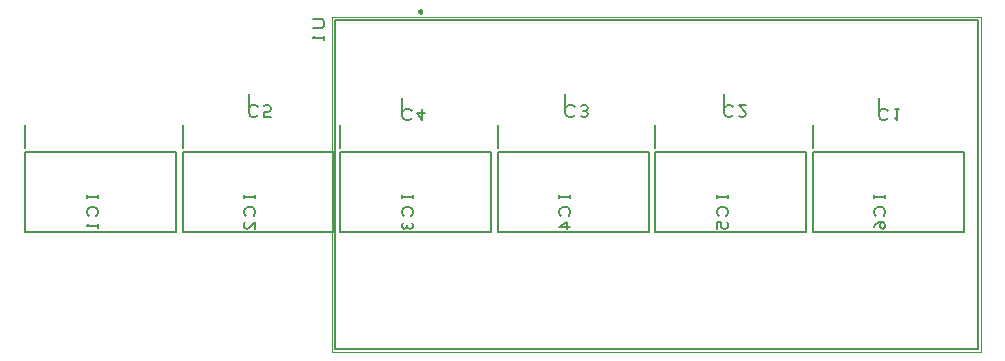
<source format=gbr>
G04 DesignSpark PCB Gerber Version 10.0 Build 5299*
%FSLAX35Y35*%
%MOIN*%
%ADD11C,0.00197*%
%ADD10C,0.00500*%
%ADD13C,0.00787*%
%ADD117C,0.01102*%
X0Y0D02*
D02*
D10*
X33163Y137163D02*
Y135913D01*
Y136537D02*
X29413D01*
Y137163D02*
Y135913D01*
X32537Y129975D02*
X32850Y130287D01*
X33163Y130913D01*
Y131850D01*
X32850Y132475D01*
X32537Y132787D01*
X31913Y133100D01*
X30663D01*
X30037Y132787D01*
X29725Y132475D01*
X29413Y131850D01*
Y130913D01*
X29725Y130287D01*
X30037Y129975D01*
X33163Y127475D02*
Y126225D01*
Y126850D02*
X29413D01*
X30037Y127475D01*
X86525Y166337D02*
X86213Y166650D01*
X85587Y166963D01*
X84650D01*
X84025Y166650D01*
X83713Y166337D01*
X83400Y165713D01*
Y164463D01*
X83713Y163837D01*
X84025Y163525D01*
X84650Y163213D01*
X85587D01*
X86213Y163525D01*
X86525Y163837D01*
X88400Y166650D02*
X89025Y166963D01*
X89963D01*
X90587Y166650D01*
X90900Y166025D01*
Y165713D01*
X90587Y165087D01*
X89963Y164775D01*
X88400D01*
Y163213D01*
X90900D01*
X85663Y137163D02*
Y135913D01*
Y136537D02*
X81913D01*
Y137163D02*
Y135913D01*
X85037Y129975D02*
X85350Y130287D01*
X85663Y130913D01*
Y131850D01*
X85350Y132475D01*
X85037Y132787D01*
X84413Y133100D01*
X83163D01*
X82537Y132787D01*
X82225Y132475D01*
X81913Y131850D01*
Y130913D01*
X82225Y130287D01*
X82537Y129975D01*
X85663Y125600D02*
Y128100D01*
X83475Y125913D01*
X82850Y125600D01*
X82225Y125913D01*
X81913Y126537D01*
Y127475D01*
X82225Y128100D01*
X104922Y195739D02*
X107734D01*
X108359Y195427D01*
X108672Y194802D01*
Y193552D01*
X108359Y192927D01*
X107734Y192614D01*
X104922D01*
X108672Y190114D02*
Y188864D01*
Y189489D02*
X104922D01*
X105546Y190114D01*
X137725Y165137D02*
X137413Y165450D01*
X136787Y165763D01*
X135850D01*
X135225Y165450D01*
X134913Y165137D01*
X134600Y164513D01*
Y163263D01*
X134913Y162637D01*
X135225Y162325D01*
X135850Y162013D01*
X136787D01*
X137413Y162325D01*
X137725Y162637D01*
X141163Y165763D02*
Y162013D01*
X139600Y164513D01*
X142100D01*
X138163Y137163D02*
Y135913D01*
Y136537D02*
X134413D01*
Y137163D02*
Y135913D01*
X137537Y129975D02*
X137850Y130287D01*
X138163Y130913D01*
Y131850D01*
X137850Y132475D01*
X137537Y132787D01*
X136913Y133100D01*
X135663D01*
X135037Y132787D01*
X134725Y132475D01*
X134413Y131850D01*
Y130913D01*
X134725Y130287D01*
X135037Y129975D01*
X137850Y127787D02*
X138163Y127163D01*
Y126537D01*
X137850Y125913D01*
X137225Y125600D01*
X136600Y125913D01*
X136287Y126537D01*
Y127163D01*
Y126537D02*
X135975Y125913D01*
X135350Y125600D01*
X134725Y125913D01*
X134413Y126537D01*
Y127163D01*
X134725Y127787D01*
X192125Y166337D02*
X191813Y166650D01*
X191187Y166963D01*
X190250D01*
X189625Y166650D01*
X189313Y166337D01*
X189000Y165713D01*
Y164463D01*
X189313Y163837D01*
X189625Y163525D01*
X190250Y163213D01*
X191187D01*
X191813Y163525D01*
X192125Y163837D01*
X194313Y166650D02*
X194937Y166963D01*
X195563D01*
X196187Y166650D01*
X196500Y166025D01*
X196187Y165400D01*
X195563Y165087D01*
X194937D01*
X195563D02*
X196187Y164775D01*
X196500Y164150D01*
X196187Y163525D01*
X195563Y163213D01*
X194937D01*
X194313Y163525D01*
X190663Y137163D02*
Y135913D01*
Y136537D02*
X186913D01*
Y137163D02*
Y135913D01*
X190037Y129975D02*
X190350Y130287D01*
X190663Y130913D01*
Y131850D01*
X190350Y132475D01*
X190037Y132787D01*
X189413Y133100D01*
X188163D01*
X187537Y132787D01*
X187225Y132475D01*
X186913Y131850D01*
Y130913D01*
X187225Y130287D01*
X187537Y129975D01*
X190663Y126537D02*
X186913D01*
X189413Y128100D01*
Y125600D01*
X244925Y166337D02*
X244613Y166650D01*
X243987Y166963D01*
X243050D01*
X242425Y166650D01*
X242113Y166337D01*
X241800Y165713D01*
Y164463D01*
X242113Y163837D01*
X242425Y163525D01*
X243050Y163213D01*
X243987D01*
X244613Y163525D01*
X244925Y163837D01*
X249300Y166963D02*
X246800D01*
X248987Y164775D01*
X249300Y164150D01*
X248987Y163525D01*
X248363Y163213D01*
X247425D01*
X246800Y163525D01*
X243163Y137163D02*
Y135913D01*
Y136537D02*
X239413D01*
Y137163D02*
Y135913D01*
X242537Y129975D02*
X242850Y130287D01*
X243163Y130913D01*
Y131850D01*
X242850Y132475D01*
X242537Y132787D01*
X241913Y133100D01*
X240663D01*
X240037Y132787D01*
X239725Y132475D01*
X239413Y131850D01*
Y130913D01*
X239725Y130287D01*
X240037Y129975D01*
X242850Y128100D02*
X243163Y127475D01*
Y126537D01*
X242850Y125913D01*
X242225Y125600D01*
X241913D01*
X241287Y125913D01*
X240975Y126537D01*
Y128100D01*
X239413D01*
Y125600D01*
X296525Y165137D02*
X296213Y165450D01*
X295587Y165763D01*
X294650D01*
X294025Y165450D01*
X293713Y165137D01*
X293400Y164513D01*
Y163263D01*
X293713Y162637D01*
X294025Y162325D01*
X294650Y162013D01*
X295587D01*
X296213Y162325D01*
X296525Y162637D01*
X299025Y165763D02*
X300275D01*
X299650D02*
Y162013D01*
X299025Y162637D01*
X295663Y137163D02*
Y135913D01*
Y136537D02*
X291913D01*
Y137163D02*
Y135913D01*
X295037Y129975D02*
X295350Y130287D01*
X295663Y130913D01*
Y131850D01*
X295350Y132475D01*
X295037Y132787D01*
X294413Y133100D01*
X293163D01*
X292537Y132787D01*
X292225Y132475D01*
X291913Y131850D01*
Y130913D01*
X292225Y130287D01*
X292537Y129975D01*
X294725Y128100D02*
X294100Y127787D01*
X293787Y127163D01*
Y126537D01*
X294100Y125913D01*
X294725Y125600D01*
X295350Y125913D01*
X295663Y126537D01*
Y127163D01*
X295350Y127787D01*
X294725Y128100D01*
X293787D01*
X292850Y127787D01*
X292225Y127163D01*
X291913Y126537D01*
X326383Y195521D02*
X112210D01*
Y85679D01*
X326383D01*
Y195521D01*
D02*
D11*
X111226Y196506D02*
Y84694D01*
X327368D01*
Y196506D01*
X111226D01*
D02*
D13*
X8903Y151486D02*
Y124714D01*
X59297D01*
Y151486D01*
X8903D01*
X8943Y160541D02*
Y152864D01*
X61403Y151486D02*
Y124714D01*
X111797D01*
Y151486D01*
X61403D01*
X61443Y160541D02*
Y152864D01*
X83400Y165144D02*
Y170656D01*
X113903Y151486D02*
Y124714D01*
X164297D01*
Y151486D01*
X113903D01*
X113943Y160541D02*
Y152864D01*
X134600Y163944D02*
Y169456D01*
X166403Y151486D02*
Y124714D01*
X216797D01*
Y151486D01*
X166403D01*
X166443Y160541D02*
Y152864D01*
X189000Y165144D02*
Y170656D01*
X218903Y151486D02*
Y124714D01*
X269297D01*
Y151486D01*
X218903D01*
X218943Y160541D02*
Y152864D01*
X241800Y165144D02*
Y170656D01*
X271403Y151486D02*
Y124714D01*
X321797D01*
Y151486D01*
X271403D01*
X271443Y160541D02*
Y152864D01*
X293400Y163944D02*
Y169456D01*
D02*
D117*
X140754Y197529D02*
G75*
G02*
Y198631I0J551D01*
G01*
G75*
G02*
Y197529I0J-551D01*
G01*
X0Y0D02*
M02*

</source>
